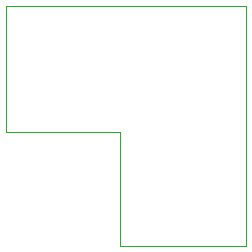
<source format=gm1>
%TF.GenerationSoftware,KiCad,Pcbnew,8.0.4*%
%TF.CreationDate,2024-08-03T19:12:24-04:00*%
%TF.ProjectId,ws2812b-corner-left,77733238-3132-4622-9d63-6f726e65722d,rev?*%
%TF.SameCoordinates,Original*%
%TF.FileFunction,Profile,NP*%
%FSLAX46Y46*%
G04 Gerber Fmt 4.6, Leading zero omitted, Abs format (unit mm)*
G04 Created by KiCad (PCBNEW 8.0.4) date 2024-08-03 19:12:24*
%MOMM*%
%LPD*%
G01*
G04 APERTURE LIST*
%TA.AperFunction,Profile*%
%ADD10C,0.050000*%
%TD*%
G04 APERTURE END LIST*
D10*
X147066000Y-81534000D02*
X137414000Y-81534000D01*
X157734000Y-91186000D02*
X157734000Y-70866000D01*
X137414000Y-70866000D02*
X157734000Y-70866000D01*
X157734000Y-91186000D02*
X147066000Y-91186000D01*
X137414000Y-70866000D02*
X137414000Y-81534000D01*
X147066000Y-81534000D02*
X147066000Y-91186000D01*
M02*

</source>
